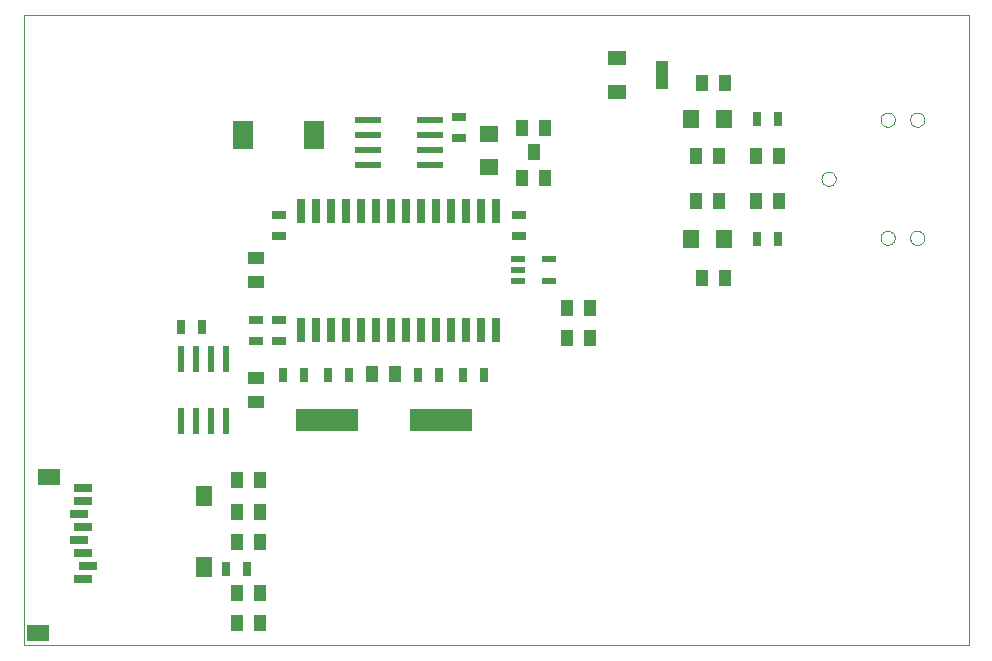
<source format=gtp>
G75*
%MOIN*%
%OFA0B0*%
%FSLAX24Y24*%
%IPPOS*%
%LPD*%
%AMOC8*
5,1,8,0,0,1.08239X$1,22.5*
%
%ADD10C,0.0000*%
%ADD11R,0.0315X0.0472*%
%ADD12R,0.0472X0.0315*%
%ADD13R,0.0551X0.0630*%
%ADD14R,0.0630X0.0551*%
%ADD15R,0.0709X0.0945*%
%ADD16R,0.0394X0.0551*%
%ADD17R,0.2100X0.0760*%
%ADD18R,0.0433X0.0551*%
%ADD19R,0.0433X0.0945*%
%ADD20R,0.0591X0.0512*%
%ADD21R,0.0551X0.0433*%
%ADD22R,0.0748X0.0551*%
%ADD23R,0.0551X0.0709*%
%ADD24R,0.0591X0.0276*%
%ADD25R,0.0870X0.0240*%
%ADD26R,0.0260X0.0800*%
%ADD27R,0.0472X0.0217*%
%ADD28R,0.0240X0.0870*%
D10*
X001443Y000680D02*
X001443Y021676D01*
X032939Y021676D01*
X032939Y000680D01*
X001443Y000680D01*
X028038Y016230D02*
X028040Y016260D01*
X028046Y016290D01*
X028055Y016319D01*
X028068Y016346D01*
X028085Y016371D01*
X028104Y016394D01*
X028127Y016415D01*
X028152Y016432D01*
X028178Y016446D01*
X028207Y016456D01*
X028236Y016463D01*
X028266Y016466D01*
X028297Y016465D01*
X028327Y016460D01*
X028356Y016451D01*
X028383Y016439D01*
X028409Y016424D01*
X028433Y016405D01*
X028454Y016383D01*
X028472Y016359D01*
X028487Y016332D01*
X028498Y016304D01*
X028506Y016275D01*
X028510Y016245D01*
X028510Y016215D01*
X028506Y016185D01*
X028498Y016156D01*
X028487Y016128D01*
X028472Y016101D01*
X028454Y016077D01*
X028433Y016055D01*
X028409Y016036D01*
X028383Y016021D01*
X028356Y016009D01*
X028327Y016000D01*
X028297Y015995D01*
X028266Y015994D01*
X028236Y015997D01*
X028207Y016004D01*
X028178Y016014D01*
X028152Y016028D01*
X028127Y016045D01*
X028104Y016066D01*
X028085Y016089D01*
X028068Y016114D01*
X028055Y016141D01*
X028046Y016170D01*
X028040Y016200D01*
X028038Y016230D01*
X030007Y018199D02*
X030009Y018229D01*
X030015Y018259D01*
X030024Y018288D01*
X030037Y018315D01*
X030054Y018340D01*
X030073Y018363D01*
X030096Y018384D01*
X030121Y018401D01*
X030147Y018415D01*
X030176Y018425D01*
X030205Y018432D01*
X030235Y018435D01*
X030266Y018434D01*
X030296Y018429D01*
X030325Y018420D01*
X030352Y018408D01*
X030378Y018393D01*
X030402Y018374D01*
X030423Y018352D01*
X030441Y018328D01*
X030456Y018301D01*
X030467Y018273D01*
X030475Y018244D01*
X030479Y018214D01*
X030479Y018184D01*
X030475Y018154D01*
X030467Y018125D01*
X030456Y018097D01*
X030441Y018070D01*
X030423Y018046D01*
X030402Y018024D01*
X030378Y018005D01*
X030352Y017990D01*
X030325Y017978D01*
X030296Y017969D01*
X030266Y017964D01*
X030235Y017963D01*
X030205Y017966D01*
X030176Y017973D01*
X030147Y017983D01*
X030121Y017997D01*
X030096Y018014D01*
X030073Y018035D01*
X030054Y018058D01*
X030037Y018083D01*
X030024Y018110D01*
X030015Y018139D01*
X030009Y018169D01*
X030007Y018199D01*
X030991Y018199D02*
X030993Y018229D01*
X030999Y018259D01*
X031008Y018288D01*
X031021Y018315D01*
X031038Y018340D01*
X031057Y018363D01*
X031080Y018384D01*
X031105Y018401D01*
X031131Y018415D01*
X031160Y018425D01*
X031189Y018432D01*
X031219Y018435D01*
X031250Y018434D01*
X031280Y018429D01*
X031309Y018420D01*
X031336Y018408D01*
X031362Y018393D01*
X031386Y018374D01*
X031407Y018352D01*
X031425Y018328D01*
X031440Y018301D01*
X031451Y018273D01*
X031459Y018244D01*
X031463Y018214D01*
X031463Y018184D01*
X031459Y018154D01*
X031451Y018125D01*
X031440Y018097D01*
X031425Y018070D01*
X031407Y018046D01*
X031386Y018024D01*
X031362Y018005D01*
X031336Y017990D01*
X031309Y017978D01*
X031280Y017969D01*
X031250Y017964D01*
X031219Y017963D01*
X031189Y017966D01*
X031160Y017973D01*
X031131Y017983D01*
X031105Y017997D01*
X031080Y018014D01*
X031057Y018035D01*
X031038Y018058D01*
X031021Y018083D01*
X031008Y018110D01*
X030999Y018139D01*
X030993Y018169D01*
X030991Y018199D01*
X030991Y014261D02*
X030993Y014291D01*
X030999Y014321D01*
X031008Y014350D01*
X031021Y014377D01*
X031038Y014402D01*
X031057Y014425D01*
X031080Y014446D01*
X031105Y014463D01*
X031131Y014477D01*
X031160Y014487D01*
X031189Y014494D01*
X031219Y014497D01*
X031250Y014496D01*
X031280Y014491D01*
X031309Y014482D01*
X031336Y014470D01*
X031362Y014455D01*
X031386Y014436D01*
X031407Y014414D01*
X031425Y014390D01*
X031440Y014363D01*
X031451Y014335D01*
X031459Y014306D01*
X031463Y014276D01*
X031463Y014246D01*
X031459Y014216D01*
X031451Y014187D01*
X031440Y014159D01*
X031425Y014132D01*
X031407Y014108D01*
X031386Y014086D01*
X031362Y014067D01*
X031336Y014052D01*
X031309Y014040D01*
X031280Y014031D01*
X031250Y014026D01*
X031219Y014025D01*
X031189Y014028D01*
X031160Y014035D01*
X031131Y014045D01*
X031105Y014059D01*
X031080Y014076D01*
X031057Y014097D01*
X031038Y014120D01*
X031021Y014145D01*
X031008Y014172D01*
X030999Y014201D01*
X030993Y014231D01*
X030991Y014261D01*
X030007Y014261D02*
X030009Y014291D01*
X030015Y014321D01*
X030024Y014350D01*
X030037Y014377D01*
X030054Y014402D01*
X030073Y014425D01*
X030096Y014446D01*
X030121Y014463D01*
X030147Y014477D01*
X030176Y014487D01*
X030205Y014494D01*
X030235Y014497D01*
X030266Y014496D01*
X030296Y014491D01*
X030325Y014482D01*
X030352Y014470D01*
X030378Y014455D01*
X030402Y014436D01*
X030423Y014414D01*
X030441Y014390D01*
X030456Y014363D01*
X030467Y014335D01*
X030475Y014306D01*
X030479Y014276D01*
X030479Y014246D01*
X030475Y014216D01*
X030467Y014187D01*
X030456Y014159D01*
X030441Y014132D01*
X030423Y014108D01*
X030402Y014086D01*
X030378Y014067D01*
X030352Y014052D01*
X030325Y014040D01*
X030296Y014031D01*
X030266Y014026D01*
X030235Y014025D01*
X030205Y014028D01*
X030176Y014035D01*
X030147Y014045D01*
X030121Y014059D01*
X030096Y014076D01*
X030073Y014097D01*
X030054Y014120D01*
X030037Y014145D01*
X030024Y014172D01*
X030015Y014201D01*
X030009Y014231D01*
X030007Y014261D01*
D11*
X026597Y014230D03*
X025889Y014230D03*
X025889Y018230D03*
X026597Y018230D03*
X016797Y009680D03*
X016089Y009680D03*
X015297Y009680D03*
X014589Y009680D03*
X012297Y009680D03*
X011589Y009680D03*
X010797Y009680D03*
X010089Y009680D03*
X007397Y011280D03*
X006689Y011280D03*
X008189Y003230D03*
X008897Y003230D03*
D12*
X009193Y010826D03*
X009943Y010826D03*
X009943Y011534D03*
X009193Y011534D03*
X009943Y014326D03*
X009943Y015034D03*
X015943Y017576D03*
X015943Y018284D03*
X017943Y015034D03*
X017943Y014326D03*
D13*
X023692Y014230D03*
X024794Y014230D03*
X024794Y018230D03*
X023692Y018230D03*
D14*
X016943Y017731D03*
X016943Y016629D03*
D15*
X011124Y017680D03*
X008762Y017680D03*
D16*
X018069Y016247D03*
X018817Y016247D03*
X018443Y017113D03*
D17*
X015343Y008180D03*
X011543Y008180D03*
D18*
X013049Y009730D03*
X013837Y009730D03*
X009337Y006180D03*
X008549Y006180D03*
X008549Y005130D03*
X009337Y005130D03*
X009337Y004130D03*
X008549Y004130D03*
X008549Y002430D03*
X009337Y002430D03*
X009337Y001430D03*
X008549Y001430D03*
X019549Y010930D03*
X020337Y010930D03*
X020337Y011930D03*
X019549Y011930D03*
X024049Y012930D03*
X024837Y012930D03*
X024637Y015480D03*
X023849Y015480D03*
X025849Y015480D03*
X026637Y015480D03*
X026637Y016980D03*
X025849Y016980D03*
X024637Y016980D03*
X023849Y016980D03*
X024049Y019430D03*
X024837Y019430D03*
X018837Y017930D03*
X018049Y017930D03*
D19*
X022730Y019680D03*
D20*
X021234Y019109D03*
X021234Y020251D03*
D21*
X009193Y013574D03*
X009193Y012786D03*
X009193Y009574D03*
X009193Y008786D03*
D22*
X002292Y006273D03*
X001938Y001076D03*
D23*
X007450Y003280D03*
X007450Y005643D03*
D24*
X003434Y005485D03*
X003434Y005918D03*
X003276Y005052D03*
X003434Y004619D03*
X003276Y004186D03*
X003434Y003753D03*
X003591Y003320D03*
X003434Y002887D03*
D25*
X012913Y016680D03*
X012913Y017180D03*
X012913Y017680D03*
X012913Y018180D03*
X014973Y018180D03*
X014973Y017680D03*
X014973Y017180D03*
X014973Y016680D03*
D26*
X015193Y015160D03*
X015693Y015160D03*
X016193Y015160D03*
X016693Y015160D03*
X017193Y015160D03*
X014693Y015160D03*
X014193Y015160D03*
X013693Y015160D03*
X013193Y015160D03*
X012693Y015160D03*
X012193Y015160D03*
X011693Y015160D03*
X011193Y015160D03*
X010693Y015160D03*
X010693Y011200D03*
X011193Y011200D03*
X011693Y011200D03*
X012193Y011200D03*
X012693Y011200D03*
X013193Y011200D03*
X013693Y011200D03*
X014193Y011200D03*
X014693Y011200D03*
X015193Y011200D03*
X015693Y011200D03*
X016193Y011200D03*
X016693Y011200D03*
X017193Y011200D03*
D27*
X017931Y012806D03*
X017931Y013180D03*
X017931Y013554D03*
X018955Y013554D03*
X018955Y012806D03*
D28*
X008193Y010210D03*
X007693Y010210D03*
X007193Y010210D03*
X006693Y010210D03*
X006693Y008150D03*
X007193Y008150D03*
X007693Y008150D03*
X008193Y008150D03*
M02*

</source>
